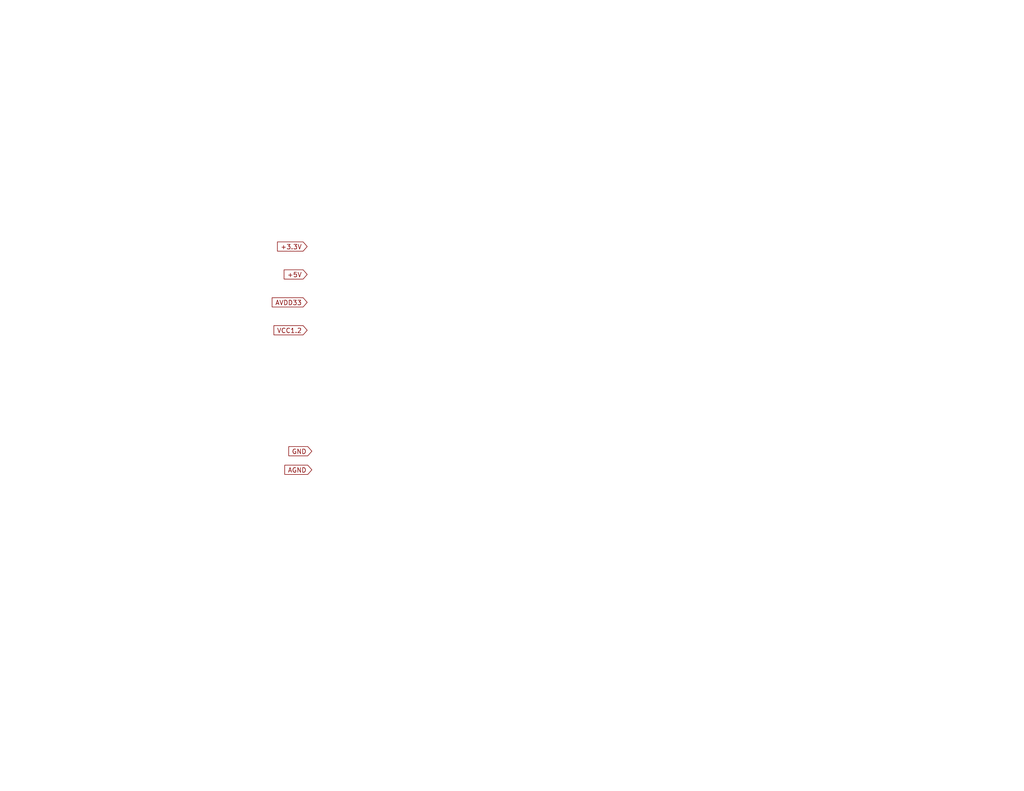
<source format=kicad_sch>
(kicad_sch
	(version 20231120)
	(generator "eeschema")
	(generator_version "8.0")
	(uuid "4e39a6a0-ff84-4f80-be9c-1cfa3734e147")
	(paper "A")
	(title_block
		(date "2025-07-15")
	)
	(lib_symbols)
	(global_label "VCC1.2"
		(shape input)
		(at 83.82 90.17 180)
		(fields_autoplaced yes)
		(effects
			(font
				(size 1.27 1.27)
			)
			(justify right)
		)
		(uuid "022a84bc-01b8-4634-9368-a5a55d8d24d6")
		(property "Intersheetrefs" "${INTERSHEET_REFS}"
			(at 74.1824 90.17 0)
			(effects
				(font
					(size 1.27 1.27)
				)
				(justify right)
				(hide yes)
			)
		)
	)
	(global_label "+3.3V"
		(shape input)
		(at 83.82 67.31 180)
		(fields_autoplaced yes)
		(effects
			(font
				(size 1.27 1.27)
			)
			(justify right)
		)
		(uuid "0ac25399-788b-4e2c-b98a-653ca8c540c3")
		(property "Intersheetrefs" "${INTERSHEET_REFS}"
			(at 75.15 67.31 0)
			(effects
				(font
					(size 1.27 1.27)
				)
				(justify right)
				(hide yes)
			)
		)
	)
	(global_label "+5V"
		(shape input)
		(at 83.82 74.93 180)
		(fields_autoplaced yes)
		(effects
			(font
				(size 1.27 1.27)
			)
			(justify right)
		)
		(uuid "22991e51-3f32-4dd9-81a0-6684a362acb6")
		(property "Intersheetrefs" "${INTERSHEET_REFS}"
			(at 76.9643 74.93 0)
			(effects
				(font
					(size 1.27 1.27)
				)
				(justify right)
				(hide yes)
			)
		)
	)
	(global_label "AVDD33"
		(shape input)
		(at 83.82 82.55 180)
		(fields_autoplaced yes)
		(effects
			(font
				(size 1.27 1.27)
			)
			(justify right)
		)
		(uuid "5e90917a-b55b-42b0-9dfe-9ffb79727712")
		(property "Intersheetrefs" "${INTERSHEET_REFS}"
			(at 73.6986 82.55 0)
			(effects
				(font
					(size 1.27 1.27)
				)
				(justify right)
				(hide yes)
			)
		)
	)
	(global_label "AGND"
		(shape input)
		(at 85.09 128.27 180)
		(fields_autoplaced yes)
		(effects
			(font
				(size 1.27 1.27)
			)
			(justify right)
		)
		(uuid "74b9ea9f-20a8-40c0-a57f-38aa900b5296")
		(property "Intersheetrefs" "${INTERSHEET_REFS}"
			(at 77.1457 128.27 0)
			(effects
				(font
					(size 1.27 1.27)
				)
				(justify right)
				(hide yes)
			)
		)
	)
	(global_label "GND"
		(shape input)
		(at 85.09 123.19 180)
		(fields_autoplaced yes)
		(effects
			(font
				(size 1.27 1.27)
			)
			(justify right)
		)
		(uuid "ea0d19a9-459e-4d4b-b129-acdf3f272dd9")
		(property "Intersheetrefs" "${INTERSHEET_REFS}"
			(at 78.2343 123.19 0)
			(effects
				(font
					(size 1.27 1.27)
				)
				(justify right)
				(hide yes)
			)
		)
	)
)

</source>
